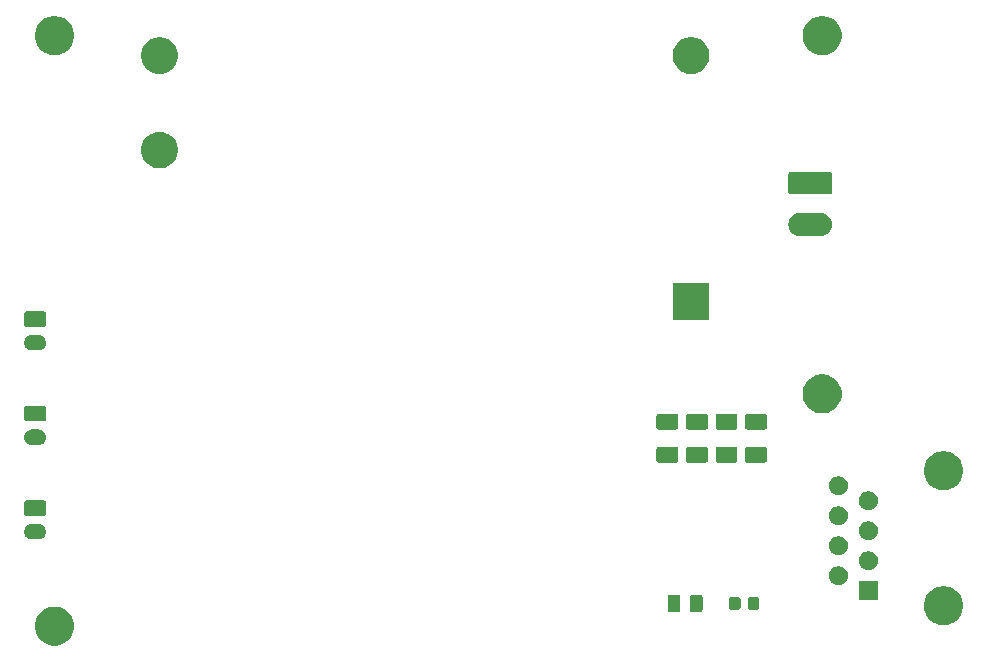
<source format=gbr>
G04 #@! TF.GenerationSoftware,KiCad,Pcbnew,(5.1.5)-3*
G04 #@! TF.CreationDate,2020-05-14T21:27:18-06:00*
G04 #@! TF.ProjectId,GarageDoorPowerBoard,47617261-6765-4446-9f6f-72506f776572,rev?*
G04 #@! TF.SameCoordinates,Original*
G04 #@! TF.FileFunction,Soldermask,Top*
G04 #@! TF.FilePolarity,Negative*
%FSLAX46Y46*%
G04 Gerber Fmt 4.6, Leading zero omitted, Abs format (unit mm)*
G04 Created by KiCad (PCBNEW (5.1.5)-3) date 2020-05-14 21:27:18*
%MOMM*%
%LPD*%
G04 APERTURE LIST*
%ADD10C,0.100000*%
G04 APERTURE END LIST*
D10*
G36*
X106975256Y-115311298D02*
G01*
X107081579Y-115332447D01*
X107277425Y-115413569D01*
X107376147Y-115454461D01*
X107382042Y-115456903D01*
X107652451Y-115637585D01*
X107882415Y-115867549D01*
X108063097Y-116137958D01*
X108187553Y-116438421D01*
X108251000Y-116757391D01*
X108251000Y-117082609D01*
X108187553Y-117401579D01*
X108063097Y-117702042D01*
X107882415Y-117972451D01*
X107652451Y-118202415D01*
X107382042Y-118383097D01*
X107081579Y-118507553D01*
X106975256Y-118528702D01*
X106762611Y-118571000D01*
X106437389Y-118571000D01*
X106224744Y-118528702D01*
X106118421Y-118507553D01*
X105817958Y-118383097D01*
X105547549Y-118202415D01*
X105317585Y-117972451D01*
X105136903Y-117702042D01*
X105012447Y-117401579D01*
X104949000Y-117082609D01*
X104949000Y-116757391D01*
X105012447Y-116438421D01*
X105136903Y-116137958D01*
X105317585Y-115867549D01*
X105547549Y-115637585D01*
X105817958Y-115456903D01*
X105823854Y-115454461D01*
X105922575Y-115413569D01*
X106118421Y-115332447D01*
X106224744Y-115311298D01*
X106437389Y-115269000D01*
X106762611Y-115269000D01*
X106975256Y-115311298D01*
G37*
G36*
X182245256Y-113581298D02*
G01*
X182351579Y-113602447D01*
X182652042Y-113726903D01*
X182922451Y-113907585D01*
X183152415Y-114137549D01*
X183333097Y-114407958D01*
X183441887Y-114670599D01*
X183457553Y-114708422D01*
X183521000Y-115027389D01*
X183521000Y-115352611D01*
X183484864Y-115534278D01*
X183457553Y-115671579D01*
X183333097Y-115972042D01*
X183152415Y-116242451D01*
X182922451Y-116472415D01*
X182652042Y-116653097D01*
X182351579Y-116777553D01*
X182245256Y-116798702D01*
X182032611Y-116841000D01*
X181707389Y-116841000D01*
X181494744Y-116798702D01*
X181388421Y-116777553D01*
X181087958Y-116653097D01*
X180817549Y-116472415D01*
X180587585Y-116242451D01*
X180406903Y-115972042D01*
X180282447Y-115671579D01*
X180255136Y-115534278D01*
X180219000Y-115352611D01*
X180219000Y-115027389D01*
X180282447Y-114708422D01*
X180298114Y-114670599D01*
X180406903Y-114407958D01*
X180587585Y-114137549D01*
X180817549Y-113907585D01*
X181087958Y-113726903D01*
X181388421Y-113602447D01*
X181494744Y-113581298D01*
X181707389Y-113539000D01*
X182032611Y-113539000D01*
X182245256Y-113581298D01*
G37*
G36*
X161309468Y-114253565D02*
G01*
X161348138Y-114265296D01*
X161383777Y-114284346D01*
X161415017Y-114309983D01*
X161440654Y-114341223D01*
X161459704Y-114376862D01*
X161471435Y-114415532D01*
X161476000Y-114461888D01*
X161476000Y-115538112D01*
X161471435Y-115584468D01*
X161459704Y-115623138D01*
X161440654Y-115658777D01*
X161415017Y-115690017D01*
X161383777Y-115715654D01*
X161348138Y-115734704D01*
X161309468Y-115746435D01*
X161263112Y-115751000D01*
X160611888Y-115751000D01*
X160565532Y-115746435D01*
X160526862Y-115734704D01*
X160491223Y-115715654D01*
X160459983Y-115690017D01*
X160434346Y-115658777D01*
X160415296Y-115623138D01*
X160403565Y-115584468D01*
X160399000Y-115538112D01*
X160399000Y-114461888D01*
X160403565Y-114415532D01*
X160415296Y-114376862D01*
X160434346Y-114341223D01*
X160459983Y-114309983D01*
X160491223Y-114284346D01*
X160526862Y-114265296D01*
X160565532Y-114253565D01*
X160611888Y-114249000D01*
X161263112Y-114249000D01*
X161309468Y-114253565D01*
G37*
G36*
X159434468Y-114253565D02*
G01*
X159473138Y-114265296D01*
X159508777Y-114284346D01*
X159540017Y-114309983D01*
X159565654Y-114341223D01*
X159584704Y-114376862D01*
X159596435Y-114415532D01*
X159601000Y-114461888D01*
X159601000Y-115538112D01*
X159596435Y-115584468D01*
X159584704Y-115623138D01*
X159565654Y-115658777D01*
X159540017Y-115690017D01*
X159508777Y-115715654D01*
X159473138Y-115734704D01*
X159434468Y-115746435D01*
X159388112Y-115751000D01*
X158736888Y-115751000D01*
X158690532Y-115746435D01*
X158651862Y-115734704D01*
X158616223Y-115715654D01*
X158584983Y-115690017D01*
X158559346Y-115658777D01*
X158540296Y-115623138D01*
X158528565Y-115584468D01*
X158524000Y-115538112D01*
X158524000Y-114461888D01*
X158528565Y-114415532D01*
X158540296Y-114376862D01*
X158559346Y-114341223D01*
X158584983Y-114309983D01*
X158616223Y-114284346D01*
X158651862Y-114265296D01*
X158690532Y-114253565D01*
X158736888Y-114249000D01*
X159388112Y-114249000D01*
X159434468Y-114253565D01*
G37*
G36*
X164554591Y-114478085D02*
G01*
X164588569Y-114488393D01*
X164619890Y-114505134D01*
X164647339Y-114527661D01*
X164669866Y-114555110D01*
X164686607Y-114586431D01*
X164696915Y-114620409D01*
X164701000Y-114661890D01*
X164701000Y-115338110D01*
X164696915Y-115379591D01*
X164686607Y-115413569D01*
X164669866Y-115444890D01*
X164647339Y-115472339D01*
X164619890Y-115494866D01*
X164588569Y-115511607D01*
X164554591Y-115521915D01*
X164513110Y-115526000D01*
X163911890Y-115526000D01*
X163870409Y-115521915D01*
X163836431Y-115511607D01*
X163805110Y-115494866D01*
X163777661Y-115472339D01*
X163755134Y-115444890D01*
X163738393Y-115413569D01*
X163728085Y-115379591D01*
X163724000Y-115338110D01*
X163724000Y-114661890D01*
X163728085Y-114620409D01*
X163738393Y-114586431D01*
X163755134Y-114555110D01*
X163777661Y-114527661D01*
X163805110Y-114505134D01*
X163836431Y-114488393D01*
X163870409Y-114478085D01*
X163911890Y-114474000D01*
X164513110Y-114474000D01*
X164554591Y-114478085D01*
G37*
G36*
X166129591Y-114478085D02*
G01*
X166163569Y-114488393D01*
X166194890Y-114505134D01*
X166222339Y-114527661D01*
X166244866Y-114555110D01*
X166261607Y-114586431D01*
X166271915Y-114620409D01*
X166276000Y-114661890D01*
X166276000Y-115338110D01*
X166271915Y-115379591D01*
X166261607Y-115413569D01*
X166244866Y-115444890D01*
X166222339Y-115472339D01*
X166194890Y-115494866D01*
X166163569Y-115511607D01*
X166129591Y-115521915D01*
X166088110Y-115526000D01*
X165486890Y-115526000D01*
X165445409Y-115521915D01*
X165411431Y-115511607D01*
X165380110Y-115494866D01*
X165352661Y-115472339D01*
X165330134Y-115444890D01*
X165313393Y-115413569D01*
X165303085Y-115379591D01*
X165299000Y-115338110D01*
X165299000Y-114661890D01*
X165303085Y-114620409D01*
X165313393Y-114586431D01*
X165330134Y-114555110D01*
X165352661Y-114527661D01*
X165380110Y-114505134D01*
X165411431Y-114488393D01*
X165445409Y-114478085D01*
X165486890Y-114474000D01*
X166088110Y-114474000D01*
X166129591Y-114478085D01*
G37*
G36*
X176321000Y-114721000D02*
G01*
X174719000Y-114721000D01*
X174719000Y-113119000D01*
X176321000Y-113119000D01*
X176321000Y-114721000D01*
G37*
G36*
X173213642Y-111879781D02*
G01*
X173359414Y-111940162D01*
X173359416Y-111940163D01*
X173490608Y-112027822D01*
X173602178Y-112139392D01*
X173609412Y-112150219D01*
X173689838Y-112270586D01*
X173750219Y-112416358D01*
X173781000Y-112571107D01*
X173781000Y-112728893D01*
X173750219Y-112883642D01*
X173689838Y-113029414D01*
X173689837Y-113029416D01*
X173602178Y-113160608D01*
X173490608Y-113272178D01*
X173359416Y-113359837D01*
X173359415Y-113359838D01*
X173359414Y-113359838D01*
X173213642Y-113420219D01*
X173058893Y-113451000D01*
X172901107Y-113451000D01*
X172746358Y-113420219D01*
X172600586Y-113359838D01*
X172600585Y-113359838D01*
X172600584Y-113359837D01*
X172469392Y-113272178D01*
X172357822Y-113160608D01*
X172270163Y-113029416D01*
X172270162Y-113029414D01*
X172209781Y-112883642D01*
X172179000Y-112728893D01*
X172179000Y-112571107D01*
X172209781Y-112416358D01*
X172270162Y-112270586D01*
X172350588Y-112150219D01*
X172357822Y-112139392D01*
X172469392Y-112027822D01*
X172600584Y-111940163D01*
X172600586Y-111940162D01*
X172746358Y-111879781D01*
X172901107Y-111849000D01*
X173058893Y-111849000D01*
X173213642Y-111879781D01*
G37*
G36*
X175753642Y-110609781D02*
G01*
X175899414Y-110670162D01*
X175899416Y-110670163D01*
X176030608Y-110757822D01*
X176142178Y-110869392D01*
X176149412Y-110880219D01*
X176229838Y-111000586D01*
X176290219Y-111146358D01*
X176321000Y-111301107D01*
X176321000Y-111458893D01*
X176290219Y-111613642D01*
X176229838Y-111759414D01*
X176229837Y-111759416D01*
X176142178Y-111890608D01*
X176030608Y-112002178D01*
X175899416Y-112089837D01*
X175899415Y-112089838D01*
X175899414Y-112089838D01*
X175753642Y-112150219D01*
X175598893Y-112181000D01*
X175441107Y-112181000D01*
X175286358Y-112150219D01*
X175140586Y-112089838D01*
X175140585Y-112089838D01*
X175140584Y-112089837D01*
X175009392Y-112002178D01*
X174897822Y-111890608D01*
X174810163Y-111759416D01*
X174810162Y-111759414D01*
X174749781Y-111613642D01*
X174719000Y-111458893D01*
X174719000Y-111301107D01*
X174749781Y-111146358D01*
X174810162Y-111000586D01*
X174890588Y-110880219D01*
X174897822Y-110869392D01*
X175009392Y-110757822D01*
X175140584Y-110670163D01*
X175140586Y-110670162D01*
X175286358Y-110609781D01*
X175441107Y-110579000D01*
X175598893Y-110579000D01*
X175753642Y-110609781D01*
G37*
G36*
X173213642Y-109339781D02*
G01*
X173359414Y-109400162D01*
X173359416Y-109400163D01*
X173490608Y-109487822D01*
X173602178Y-109599392D01*
X173609412Y-109610219D01*
X173689838Y-109730586D01*
X173750219Y-109876358D01*
X173781000Y-110031107D01*
X173781000Y-110188893D01*
X173750219Y-110343642D01*
X173689838Y-110489414D01*
X173689837Y-110489416D01*
X173602178Y-110620608D01*
X173490608Y-110732178D01*
X173359416Y-110819837D01*
X173359415Y-110819838D01*
X173359414Y-110819838D01*
X173213642Y-110880219D01*
X173058893Y-110911000D01*
X172901107Y-110911000D01*
X172746358Y-110880219D01*
X172600586Y-110819838D01*
X172600585Y-110819838D01*
X172600584Y-110819837D01*
X172469392Y-110732178D01*
X172357822Y-110620608D01*
X172270163Y-110489416D01*
X172270162Y-110489414D01*
X172209781Y-110343642D01*
X172179000Y-110188893D01*
X172179000Y-110031107D01*
X172209781Y-109876358D01*
X172270162Y-109730586D01*
X172350588Y-109610219D01*
X172357822Y-109599392D01*
X172469392Y-109487822D01*
X172600584Y-109400163D01*
X172600586Y-109400162D01*
X172746358Y-109339781D01*
X172901107Y-109309000D01*
X173058893Y-109309000D01*
X173213642Y-109339781D01*
G37*
G36*
X175753642Y-108069781D02*
G01*
X175899414Y-108130162D01*
X175899416Y-108130163D01*
X176030608Y-108217822D01*
X176142178Y-108329392D01*
X176227740Y-108457446D01*
X176229838Y-108460586D01*
X176290219Y-108606358D01*
X176321000Y-108761107D01*
X176321000Y-108918893D01*
X176290219Y-109073642D01*
X176250167Y-109170336D01*
X176229837Y-109219416D01*
X176142178Y-109350608D01*
X176030608Y-109462178D01*
X175899416Y-109549837D01*
X175899415Y-109549838D01*
X175899414Y-109549838D01*
X175753642Y-109610219D01*
X175598893Y-109641000D01*
X175441107Y-109641000D01*
X175286358Y-109610219D01*
X175140586Y-109549838D01*
X175140585Y-109549838D01*
X175140584Y-109549837D01*
X175009392Y-109462178D01*
X174897822Y-109350608D01*
X174810163Y-109219416D01*
X174789833Y-109170336D01*
X174749781Y-109073642D01*
X174719000Y-108918893D01*
X174719000Y-108761107D01*
X174749781Y-108606358D01*
X174810162Y-108460586D01*
X174812260Y-108457446D01*
X174897822Y-108329392D01*
X175009392Y-108217822D01*
X175140584Y-108130163D01*
X175140586Y-108130162D01*
X175286358Y-108069781D01*
X175441107Y-108039000D01*
X175598893Y-108039000D01*
X175753642Y-108069781D01*
G37*
G36*
X105301655Y-108272140D02*
G01*
X105365418Y-108278420D01*
X105456204Y-108305960D01*
X105488136Y-108315646D01*
X105601225Y-108376094D01*
X105700354Y-108457446D01*
X105781706Y-108556575D01*
X105842154Y-108669664D01*
X105842155Y-108669668D01*
X105879380Y-108792382D01*
X105891949Y-108920000D01*
X105879380Y-109047618D01*
X105871485Y-109073643D01*
X105842154Y-109170336D01*
X105781706Y-109283425D01*
X105700354Y-109382554D01*
X105601225Y-109463906D01*
X105488136Y-109524354D01*
X105456204Y-109534040D01*
X105365418Y-109561580D01*
X105301655Y-109567860D01*
X105269774Y-109571000D01*
X104655826Y-109571000D01*
X104623945Y-109567860D01*
X104560182Y-109561580D01*
X104469396Y-109534040D01*
X104437464Y-109524354D01*
X104324375Y-109463906D01*
X104225246Y-109382554D01*
X104143894Y-109283425D01*
X104083446Y-109170336D01*
X104054115Y-109073643D01*
X104046220Y-109047618D01*
X104033651Y-108920000D01*
X104046220Y-108792382D01*
X104083445Y-108669668D01*
X104083446Y-108669664D01*
X104143894Y-108556575D01*
X104225246Y-108457446D01*
X104324375Y-108376094D01*
X104437464Y-108315646D01*
X104469396Y-108305960D01*
X104560182Y-108278420D01*
X104623945Y-108272140D01*
X104655826Y-108269000D01*
X105269774Y-108269000D01*
X105301655Y-108272140D01*
G37*
G36*
X173213642Y-106799781D02*
G01*
X173359414Y-106860162D01*
X173359416Y-106860163D01*
X173490608Y-106947822D01*
X173602178Y-107059392D01*
X173609412Y-107070219D01*
X173689838Y-107190586D01*
X173750219Y-107336358D01*
X173781000Y-107491107D01*
X173781000Y-107648893D01*
X173750219Y-107803642D01*
X173689838Y-107949414D01*
X173689837Y-107949416D01*
X173602178Y-108080608D01*
X173490608Y-108192178D01*
X173359416Y-108279837D01*
X173359415Y-108279838D01*
X173359414Y-108279838D01*
X173213642Y-108340219D01*
X173058893Y-108371000D01*
X172901107Y-108371000D01*
X172746358Y-108340219D01*
X172600586Y-108279838D01*
X172600585Y-108279838D01*
X172600584Y-108279837D01*
X172469392Y-108192178D01*
X172357822Y-108080608D01*
X172270163Y-107949416D01*
X172270162Y-107949414D01*
X172209781Y-107803642D01*
X172179000Y-107648893D01*
X172179000Y-107491107D01*
X172209781Y-107336358D01*
X172270162Y-107190586D01*
X172350588Y-107070219D01*
X172357822Y-107059392D01*
X172469392Y-106947822D01*
X172600584Y-106860163D01*
X172600586Y-106860162D01*
X172746358Y-106799781D01*
X172901107Y-106769000D01*
X173058893Y-106769000D01*
X173213642Y-106799781D01*
G37*
G36*
X105729042Y-106273404D02*
G01*
X105766137Y-106284657D01*
X105800315Y-106302925D01*
X105830281Y-106327519D01*
X105854875Y-106357485D01*
X105873143Y-106391663D01*
X105884396Y-106428758D01*
X105888800Y-106473474D01*
X105888800Y-107366526D01*
X105884396Y-107411242D01*
X105873143Y-107448337D01*
X105854875Y-107482515D01*
X105830281Y-107512481D01*
X105800315Y-107537075D01*
X105766137Y-107555343D01*
X105729042Y-107566596D01*
X105684326Y-107571000D01*
X104241274Y-107571000D01*
X104196558Y-107566596D01*
X104159463Y-107555343D01*
X104125285Y-107537075D01*
X104095319Y-107512481D01*
X104070725Y-107482515D01*
X104052457Y-107448337D01*
X104041204Y-107411242D01*
X104036800Y-107366526D01*
X104036800Y-106473474D01*
X104041204Y-106428758D01*
X104052457Y-106391663D01*
X104070725Y-106357485D01*
X104095319Y-106327519D01*
X104125285Y-106302925D01*
X104159463Y-106284657D01*
X104196558Y-106273404D01*
X104241274Y-106269000D01*
X105684326Y-106269000D01*
X105729042Y-106273404D01*
G37*
G36*
X175753642Y-105529781D02*
G01*
X175899414Y-105590162D01*
X175899416Y-105590163D01*
X176030608Y-105677822D01*
X176142178Y-105789392D01*
X176149412Y-105800219D01*
X176229838Y-105920586D01*
X176290219Y-106066358D01*
X176321000Y-106221107D01*
X176321000Y-106378893D01*
X176290219Y-106533642D01*
X176287482Y-106540249D01*
X176229837Y-106679416D01*
X176142178Y-106810608D01*
X176030608Y-106922178D01*
X175899416Y-107009837D01*
X175899415Y-107009838D01*
X175899414Y-107009838D01*
X175753642Y-107070219D01*
X175598893Y-107101000D01*
X175441107Y-107101000D01*
X175286358Y-107070219D01*
X175140586Y-107009838D01*
X175140585Y-107009838D01*
X175140584Y-107009837D01*
X175009392Y-106922178D01*
X174897822Y-106810608D01*
X174810163Y-106679416D01*
X174752518Y-106540249D01*
X174749781Y-106533642D01*
X174719000Y-106378893D01*
X174719000Y-106221107D01*
X174749781Y-106066358D01*
X174810162Y-105920586D01*
X174890588Y-105800219D01*
X174897822Y-105789392D01*
X175009392Y-105677822D01*
X175140584Y-105590163D01*
X175140586Y-105590162D01*
X175286358Y-105529781D01*
X175441107Y-105499000D01*
X175598893Y-105499000D01*
X175753642Y-105529781D01*
G37*
G36*
X173213642Y-104259781D02*
G01*
X173359414Y-104320162D01*
X173359416Y-104320163D01*
X173490608Y-104407822D01*
X173602178Y-104519392D01*
X173617312Y-104542042D01*
X173689838Y-104650586D01*
X173750219Y-104796358D01*
X173781000Y-104951107D01*
X173781000Y-105108893D01*
X173750219Y-105263642D01*
X173689838Y-105409414D01*
X173689837Y-105409416D01*
X173602178Y-105540608D01*
X173490608Y-105652178D01*
X173359416Y-105739837D01*
X173359415Y-105739838D01*
X173359414Y-105739838D01*
X173213642Y-105800219D01*
X173058893Y-105831000D01*
X172901107Y-105831000D01*
X172746358Y-105800219D01*
X172600586Y-105739838D01*
X172600585Y-105739838D01*
X172600584Y-105739837D01*
X172469392Y-105652178D01*
X172357822Y-105540608D01*
X172270163Y-105409416D01*
X172270162Y-105409414D01*
X172209781Y-105263642D01*
X172179000Y-105108893D01*
X172179000Y-104951107D01*
X172209781Y-104796358D01*
X172270162Y-104650586D01*
X172342688Y-104542042D01*
X172357822Y-104519392D01*
X172469392Y-104407822D01*
X172600584Y-104320163D01*
X172600586Y-104320162D01*
X172746358Y-104259781D01*
X172901107Y-104229000D01*
X173058893Y-104229000D01*
X173213642Y-104259781D01*
G37*
G36*
X182245256Y-102151298D02*
G01*
X182351579Y-102172447D01*
X182652042Y-102296903D01*
X182922451Y-102477585D01*
X183152415Y-102707549D01*
X183333097Y-102977958D01*
X183333098Y-102977960D01*
X183349824Y-103018341D01*
X183457553Y-103278421D01*
X183521000Y-103597391D01*
X183521000Y-103922609D01*
X183457553Y-104241579D01*
X183333097Y-104542042D01*
X183152415Y-104812451D01*
X182922451Y-105042415D01*
X182652042Y-105223097D01*
X182351579Y-105347553D01*
X182245256Y-105368702D01*
X182032611Y-105411000D01*
X181707389Y-105411000D01*
X181494744Y-105368702D01*
X181388421Y-105347553D01*
X181087958Y-105223097D01*
X180817549Y-105042415D01*
X180587585Y-104812451D01*
X180406903Y-104542042D01*
X180282447Y-104241579D01*
X180219000Y-103922609D01*
X180219000Y-103597391D01*
X180282447Y-103278421D01*
X180390176Y-103018341D01*
X180406902Y-102977960D01*
X180406903Y-102977958D01*
X180587585Y-102707549D01*
X180817549Y-102477585D01*
X181087958Y-102296903D01*
X181388421Y-102172447D01*
X181494744Y-102151298D01*
X181707389Y-102109000D01*
X182032611Y-102109000D01*
X182245256Y-102151298D01*
G37*
G36*
X159268604Y-101728347D02*
G01*
X159305144Y-101739432D01*
X159338821Y-101757433D01*
X159368341Y-101781659D01*
X159392567Y-101811179D01*
X159410568Y-101844856D01*
X159421653Y-101881396D01*
X159426000Y-101925538D01*
X159426000Y-102874462D01*
X159421653Y-102918604D01*
X159410568Y-102955144D01*
X159392567Y-102988821D01*
X159368341Y-103018341D01*
X159338821Y-103042567D01*
X159305144Y-103060568D01*
X159268604Y-103071653D01*
X159224462Y-103076000D01*
X157775538Y-103076000D01*
X157731396Y-103071653D01*
X157694856Y-103060568D01*
X157661179Y-103042567D01*
X157631659Y-103018341D01*
X157607433Y-102988821D01*
X157589432Y-102955144D01*
X157578347Y-102918604D01*
X157574000Y-102874462D01*
X157574000Y-101925538D01*
X157578347Y-101881396D01*
X157589432Y-101844856D01*
X157607433Y-101811179D01*
X157631659Y-101781659D01*
X157661179Y-101757433D01*
X157694856Y-101739432D01*
X157731396Y-101728347D01*
X157775538Y-101724000D01*
X159224462Y-101724000D01*
X159268604Y-101728347D01*
G37*
G36*
X161768604Y-101728347D02*
G01*
X161805144Y-101739432D01*
X161838821Y-101757433D01*
X161868341Y-101781659D01*
X161892567Y-101811179D01*
X161910568Y-101844856D01*
X161921653Y-101881396D01*
X161926000Y-101925538D01*
X161926000Y-102874462D01*
X161921653Y-102918604D01*
X161910568Y-102955144D01*
X161892567Y-102988821D01*
X161868341Y-103018341D01*
X161838821Y-103042567D01*
X161805144Y-103060568D01*
X161768604Y-103071653D01*
X161724462Y-103076000D01*
X160275538Y-103076000D01*
X160231396Y-103071653D01*
X160194856Y-103060568D01*
X160161179Y-103042567D01*
X160131659Y-103018341D01*
X160107433Y-102988821D01*
X160089432Y-102955144D01*
X160078347Y-102918604D01*
X160074000Y-102874462D01*
X160074000Y-101925538D01*
X160078347Y-101881396D01*
X160089432Y-101844856D01*
X160107433Y-101811179D01*
X160131659Y-101781659D01*
X160161179Y-101757433D01*
X160194856Y-101739432D01*
X160231396Y-101728347D01*
X160275538Y-101724000D01*
X161724462Y-101724000D01*
X161768604Y-101728347D01*
G37*
G36*
X166768604Y-101728347D02*
G01*
X166805144Y-101739432D01*
X166838821Y-101757433D01*
X166868341Y-101781659D01*
X166892567Y-101811179D01*
X166910568Y-101844856D01*
X166921653Y-101881396D01*
X166926000Y-101925538D01*
X166926000Y-102874462D01*
X166921653Y-102918604D01*
X166910568Y-102955144D01*
X166892567Y-102988821D01*
X166868341Y-103018341D01*
X166838821Y-103042567D01*
X166805144Y-103060568D01*
X166768604Y-103071653D01*
X166724462Y-103076000D01*
X165275538Y-103076000D01*
X165231396Y-103071653D01*
X165194856Y-103060568D01*
X165161179Y-103042567D01*
X165131659Y-103018341D01*
X165107433Y-102988821D01*
X165089432Y-102955144D01*
X165078347Y-102918604D01*
X165074000Y-102874462D01*
X165074000Y-101925538D01*
X165078347Y-101881396D01*
X165089432Y-101844856D01*
X165107433Y-101811179D01*
X165131659Y-101781659D01*
X165161179Y-101757433D01*
X165194856Y-101739432D01*
X165231396Y-101728347D01*
X165275538Y-101724000D01*
X166724462Y-101724000D01*
X166768604Y-101728347D01*
G37*
G36*
X164268604Y-101728347D02*
G01*
X164305144Y-101739432D01*
X164338821Y-101757433D01*
X164368341Y-101781659D01*
X164392567Y-101811179D01*
X164410568Y-101844856D01*
X164421653Y-101881396D01*
X164426000Y-101925538D01*
X164426000Y-102874462D01*
X164421653Y-102918604D01*
X164410568Y-102955144D01*
X164392567Y-102988821D01*
X164368341Y-103018341D01*
X164338821Y-103042567D01*
X164305144Y-103060568D01*
X164268604Y-103071653D01*
X164224462Y-103076000D01*
X162775538Y-103076000D01*
X162731396Y-103071653D01*
X162694856Y-103060568D01*
X162661179Y-103042567D01*
X162631659Y-103018341D01*
X162607433Y-102988821D01*
X162589432Y-102955144D01*
X162578347Y-102918604D01*
X162574000Y-102874462D01*
X162574000Y-101925538D01*
X162578347Y-101881396D01*
X162589432Y-101844856D01*
X162607433Y-101811179D01*
X162631659Y-101781659D01*
X162661179Y-101757433D01*
X162694856Y-101739432D01*
X162731396Y-101728347D01*
X162775538Y-101724000D01*
X164224462Y-101724000D01*
X164268604Y-101728347D01*
G37*
G36*
X105288090Y-100270804D02*
G01*
X105365418Y-100278420D01*
X105456204Y-100305960D01*
X105488136Y-100315646D01*
X105601225Y-100376094D01*
X105700354Y-100457446D01*
X105781706Y-100556575D01*
X105842154Y-100669664D01*
X105842155Y-100669668D01*
X105879380Y-100792382D01*
X105891949Y-100920000D01*
X105879380Y-101047618D01*
X105851840Y-101138404D01*
X105842154Y-101170336D01*
X105781706Y-101283425D01*
X105700354Y-101382554D01*
X105601225Y-101463906D01*
X105488136Y-101524354D01*
X105456204Y-101534040D01*
X105365418Y-101561580D01*
X105301655Y-101567860D01*
X105269774Y-101571000D01*
X104655826Y-101571000D01*
X104623945Y-101567860D01*
X104560182Y-101561580D01*
X104469396Y-101534040D01*
X104437464Y-101524354D01*
X104324375Y-101463906D01*
X104225246Y-101382554D01*
X104143894Y-101283425D01*
X104083446Y-101170336D01*
X104073760Y-101138404D01*
X104046220Y-101047618D01*
X104033651Y-100920000D01*
X104046220Y-100792382D01*
X104083445Y-100669668D01*
X104083446Y-100669664D01*
X104143894Y-100556575D01*
X104225246Y-100457446D01*
X104324375Y-100376094D01*
X104437464Y-100315646D01*
X104469396Y-100305960D01*
X104560182Y-100278420D01*
X104637510Y-100270804D01*
X104655826Y-100269000D01*
X105269774Y-100269000D01*
X105288090Y-100270804D01*
G37*
G36*
X159268604Y-98928347D02*
G01*
X159305144Y-98939432D01*
X159338821Y-98957433D01*
X159368341Y-98981659D01*
X159392567Y-99011179D01*
X159410568Y-99044856D01*
X159421653Y-99081396D01*
X159426000Y-99125538D01*
X159426000Y-100074462D01*
X159421653Y-100118604D01*
X159410568Y-100155144D01*
X159392567Y-100188821D01*
X159368341Y-100218341D01*
X159338821Y-100242567D01*
X159305144Y-100260568D01*
X159268604Y-100271653D01*
X159224462Y-100276000D01*
X157775538Y-100276000D01*
X157731396Y-100271653D01*
X157694856Y-100260568D01*
X157661179Y-100242567D01*
X157631659Y-100218341D01*
X157607433Y-100188821D01*
X157589432Y-100155144D01*
X157578347Y-100118604D01*
X157574000Y-100074462D01*
X157574000Y-99125538D01*
X157578347Y-99081396D01*
X157589432Y-99044856D01*
X157607433Y-99011179D01*
X157631659Y-98981659D01*
X157661179Y-98957433D01*
X157694856Y-98939432D01*
X157731396Y-98928347D01*
X157775538Y-98924000D01*
X159224462Y-98924000D01*
X159268604Y-98928347D01*
G37*
G36*
X161768604Y-98928347D02*
G01*
X161805144Y-98939432D01*
X161838821Y-98957433D01*
X161868341Y-98981659D01*
X161892567Y-99011179D01*
X161910568Y-99044856D01*
X161921653Y-99081396D01*
X161926000Y-99125538D01*
X161926000Y-100074462D01*
X161921653Y-100118604D01*
X161910568Y-100155144D01*
X161892567Y-100188821D01*
X161868341Y-100218341D01*
X161838821Y-100242567D01*
X161805144Y-100260568D01*
X161768604Y-100271653D01*
X161724462Y-100276000D01*
X160275538Y-100276000D01*
X160231396Y-100271653D01*
X160194856Y-100260568D01*
X160161179Y-100242567D01*
X160131659Y-100218341D01*
X160107433Y-100188821D01*
X160089432Y-100155144D01*
X160078347Y-100118604D01*
X160074000Y-100074462D01*
X160074000Y-99125538D01*
X160078347Y-99081396D01*
X160089432Y-99044856D01*
X160107433Y-99011179D01*
X160131659Y-98981659D01*
X160161179Y-98957433D01*
X160194856Y-98939432D01*
X160231396Y-98928347D01*
X160275538Y-98924000D01*
X161724462Y-98924000D01*
X161768604Y-98928347D01*
G37*
G36*
X164268604Y-98928347D02*
G01*
X164305144Y-98939432D01*
X164338821Y-98957433D01*
X164368341Y-98981659D01*
X164392567Y-99011179D01*
X164410568Y-99044856D01*
X164421653Y-99081396D01*
X164426000Y-99125538D01*
X164426000Y-100074462D01*
X164421653Y-100118604D01*
X164410568Y-100155144D01*
X164392567Y-100188821D01*
X164368341Y-100218341D01*
X164338821Y-100242567D01*
X164305144Y-100260568D01*
X164268604Y-100271653D01*
X164224462Y-100276000D01*
X162775538Y-100276000D01*
X162731396Y-100271653D01*
X162694856Y-100260568D01*
X162661179Y-100242567D01*
X162631659Y-100218341D01*
X162607433Y-100188821D01*
X162589432Y-100155144D01*
X162578347Y-100118604D01*
X162574000Y-100074462D01*
X162574000Y-99125538D01*
X162578347Y-99081396D01*
X162589432Y-99044856D01*
X162607433Y-99011179D01*
X162631659Y-98981659D01*
X162661179Y-98957433D01*
X162694856Y-98939432D01*
X162731396Y-98928347D01*
X162775538Y-98924000D01*
X164224462Y-98924000D01*
X164268604Y-98928347D01*
G37*
G36*
X166768604Y-98928347D02*
G01*
X166805144Y-98939432D01*
X166838821Y-98957433D01*
X166868341Y-98981659D01*
X166892567Y-99011179D01*
X166910568Y-99044856D01*
X166921653Y-99081396D01*
X166926000Y-99125538D01*
X166926000Y-100074462D01*
X166921653Y-100118604D01*
X166910568Y-100155144D01*
X166892567Y-100188821D01*
X166868341Y-100218341D01*
X166838821Y-100242567D01*
X166805144Y-100260568D01*
X166768604Y-100271653D01*
X166724462Y-100276000D01*
X165275538Y-100276000D01*
X165231396Y-100271653D01*
X165194856Y-100260568D01*
X165161179Y-100242567D01*
X165131659Y-100218341D01*
X165107433Y-100188821D01*
X165089432Y-100155144D01*
X165078347Y-100118604D01*
X165074000Y-100074462D01*
X165074000Y-99125538D01*
X165078347Y-99081396D01*
X165089432Y-99044856D01*
X165107433Y-99011179D01*
X165131659Y-98981659D01*
X165161179Y-98957433D01*
X165194856Y-98939432D01*
X165231396Y-98928347D01*
X165275538Y-98924000D01*
X166724462Y-98924000D01*
X166768604Y-98928347D01*
G37*
G36*
X105729042Y-98273404D02*
G01*
X105766137Y-98284657D01*
X105800315Y-98302925D01*
X105830281Y-98327519D01*
X105854875Y-98357485D01*
X105873143Y-98391663D01*
X105884396Y-98428758D01*
X105888800Y-98473474D01*
X105888800Y-99366526D01*
X105884396Y-99411242D01*
X105873143Y-99448337D01*
X105854875Y-99482515D01*
X105830281Y-99512481D01*
X105800315Y-99537075D01*
X105766137Y-99555343D01*
X105729042Y-99566596D01*
X105684326Y-99571000D01*
X104241274Y-99571000D01*
X104196558Y-99566596D01*
X104159463Y-99555343D01*
X104125285Y-99537075D01*
X104095319Y-99512481D01*
X104070725Y-99482515D01*
X104052457Y-99448337D01*
X104041204Y-99411242D01*
X104036800Y-99366526D01*
X104036800Y-98473474D01*
X104041204Y-98428758D01*
X104052457Y-98391663D01*
X104070725Y-98357485D01*
X104095319Y-98327519D01*
X104125285Y-98302925D01*
X104159463Y-98284657D01*
X104196558Y-98273404D01*
X104241274Y-98269000D01*
X105684326Y-98269000D01*
X105729042Y-98273404D01*
G37*
G36*
X171975256Y-95647898D02*
G01*
X172081579Y-95669047D01*
X172382042Y-95793503D01*
X172652451Y-95974185D01*
X172882415Y-96204149D01*
X173063097Y-96474558D01*
X173187553Y-96775021D01*
X173251000Y-97093991D01*
X173251000Y-97419209D01*
X173187553Y-97738179D01*
X173063097Y-98038642D01*
X172882415Y-98309051D01*
X172652451Y-98539015D01*
X172382042Y-98719697D01*
X172081579Y-98844153D01*
X171975256Y-98865302D01*
X171762611Y-98907600D01*
X171437389Y-98907600D01*
X171224744Y-98865302D01*
X171118421Y-98844153D01*
X170817958Y-98719697D01*
X170547549Y-98539015D01*
X170317585Y-98309051D01*
X170136903Y-98038642D01*
X170012447Y-97738179D01*
X169949000Y-97419209D01*
X169949000Y-97093991D01*
X170012447Y-96775021D01*
X170136903Y-96474558D01*
X170317585Y-96204149D01*
X170547549Y-95974185D01*
X170817958Y-95793503D01*
X171118421Y-95669047D01*
X171224744Y-95647898D01*
X171437389Y-95605600D01*
X171762611Y-95605600D01*
X171975256Y-95647898D01*
G37*
G36*
X105301655Y-92272140D02*
G01*
X105365418Y-92278420D01*
X105456204Y-92305960D01*
X105488136Y-92315646D01*
X105601225Y-92376094D01*
X105700354Y-92457446D01*
X105781706Y-92556575D01*
X105842154Y-92669664D01*
X105842155Y-92669668D01*
X105879380Y-92792382D01*
X105891949Y-92920000D01*
X105879380Y-93047618D01*
X105851840Y-93138404D01*
X105842154Y-93170336D01*
X105781706Y-93283425D01*
X105700354Y-93382554D01*
X105601225Y-93463906D01*
X105488136Y-93524354D01*
X105456204Y-93534040D01*
X105365418Y-93561580D01*
X105301655Y-93567860D01*
X105269774Y-93571000D01*
X104655826Y-93571000D01*
X104623945Y-93567860D01*
X104560182Y-93561580D01*
X104469396Y-93534040D01*
X104437464Y-93524354D01*
X104324375Y-93463906D01*
X104225246Y-93382554D01*
X104143894Y-93283425D01*
X104083446Y-93170336D01*
X104073760Y-93138404D01*
X104046220Y-93047618D01*
X104033651Y-92920000D01*
X104046220Y-92792382D01*
X104083445Y-92669668D01*
X104083446Y-92669664D01*
X104143894Y-92556575D01*
X104225246Y-92457446D01*
X104324375Y-92376094D01*
X104437464Y-92315646D01*
X104469396Y-92305960D01*
X104560182Y-92278420D01*
X104623945Y-92272140D01*
X104655826Y-92269000D01*
X105269774Y-92269000D01*
X105301655Y-92272140D01*
G37*
G36*
X105729042Y-90273404D02*
G01*
X105766137Y-90284657D01*
X105800315Y-90302925D01*
X105830281Y-90327519D01*
X105854875Y-90357485D01*
X105873143Y-90391663D01*
X105884396Y-90428758D01*
X105888800Y-90473474D01*
X105888800Y-91366526D01*
X105884396Y-91411242D01*
X105873143Y-91448337D01*
X105854875Y-91482515D01*
X105830281Y-91512481D01*
X105800315Y-91537075D01*
X105766137Y-91555343D01*
X105729042Y-91566596D01*
X105684326Y-91571000D01*
X104241274Y-91571000D01*
X104196558Y-91566596D01*
X104159463Y-91555343D01*
X104125285Y-91537075D01*
X104095319Y-91512481D01*
X104070725Y-91482515D01*
X104052457Y-91448337D01*
X104041204Y-91411242D01*
X104036800Y-91366526D01*
X104036800Y-90473474D01*
X104041204Y-90428758D01*
X104052457Y-90391663D01*
X104070725Y-90357485D01*
X104095319Y-90327519D01*
X104125285Y-90302925D01*
X104159463Y-90284657D01*
X104196558Y-90273404D01*
X104241274Y-90269000D01*
X105684326Y-90269000D01*
X105729042Y-90273404D01*
G37*
G36*
X162051000Y-90971000D02*
G01*
X158949000Y-90971000D01*
X158949000Y-87869000D01*
X162051000Y-87869000D01*
X162051000Y-90971000D01*
G37*
G36*
X171686425Y-81982760D02*
G01*
X171686428Y-81982761D01*
X171686429Y-81982761D01*
X171865693Y-82037140D01*
X171865696Y-82037142D01*
X171865697Y-82037142D01*
X172030903Y-82125446D01*
X172175712Y-82244288D01*
X172294554Y-82389097D01*
X172382858Y-82554303D01*
X172382860Y-82554307D01*
X172437239Y-82733571D01*
X172437240Y-82733575D01*
X172455601Y-82920000D01*
X172437240Y-83106425D01*
X172437239Y-83106428D01*
X172437239Y-83106429D01*
X172382860Y-83285693D01*
X172382858Y-83285696D01*
X172382858Y-83285697D01*
X172294554Y-83450903D01*
X172175712Y-83595712D01*
X172030903Y-83714554D01*
X171865697Y-83802858D01*
X171865693Y-83802860D01*
X171686429Y-83857239D01*
X171686428Y-83857239D01*
X171686425Y-83857240D01*
X171546718Y-83871000D01*
X169653282Y-83871000D01*
X169513575Y-83857240D01*
X169513572Y-83857239D01*
X169513571Y-83857239D01*
X169334307Y-83802860D01*
X169334303Y-83802858D01*
X169169097Y-83714554D01*
X169024288Y-83595712D01*
X168905446Y-83450903D01*
X168817142Y-83285697D01*
X168817142Y-83285696D01*
X168817140Y-83285693D01*
X168762761Y-83106429D01*
X168762761Y-83106428D01*
X168762760Y-83106425D01*
X168744399Y-82920000D01*
X168762760Y-82733575D01*
X168762761Y-82733571D01*
X168817140Y-82554307D01*
X168817142Y-82554303D01*
X168905446Y-82389097D01*
X169024288Y-82244288D01*
X169169097Y-82125446D01*
X169334303Y-82037142D01*
X169334304Y-82037142D01*
X169334307Y-82037140D01*
X169513571Y-81982761D01*
X169513572Y-81982761D01*
X169513575Y-81982760D01*
X169653282Y-81969000D01*
X171546718Y-81969000D01*
X171686425Y-81982760D01*
G37*
G36*
X172310915Y-78472934D02*
G01*
X172343424Y-78482795D01*
X172373382Y-78498809D01*
X172399641Y-78520359D01*
X172421191Y-78546618D01*
X172437205Y-78576576D01*
X172447066Y-78609085D01*
X172451000Y-78649029D01*
X172451000Y-80190971D01*
X172447066Y-80230915D01*
X172437205Y-80263424D01*
X172421191Y-80293382D01*
X172399641Y-80319641D01*
X172373382Y-80341191D01*
X172343424Y-80357205D01*
X172310915Y-80367066D01*
X172270971Y-80371000D01*
X168929029Y-80371000D01*
X168889085Y-80367066D01*
X168856576Y-80357205D01*
X168826618Y-80341191D01*
X168800359Y-80319641D01*
X168778809Y-80293382D01*
X168762795Y-80263424D01*
X168752934Y-80230915D01*
X168749000Y-80190971D01*
X168749000Y-78649029D01*
X168752934Y-78609085D01*
X168762795Y-78576576D01*
X168778809Y-78546618D01*
X168800359Y-78520359D01*
X168826618Y-78498809D01*
X168856576Y-78482795D01*
X168889085Y-78472934D01*
X168929029Y-78469000D01*
X172270971Y-78469000D01*
X172310915Y-78472934D01*
G37*
G36*
X115802585Y-75098802D02*
G01*
X115952410Y-75128604D01*
X116234674Y-75245521D01*
X116488705Y-75415259D01*
X116704741Y-75631295D01*
X116874479Y-75885326D01*
X116991396Y-76167590D01*
X117051000Y-76467240D01*
X117051000Y-76772760D01*
X116991396Y-77072410D01*
X116874479Y-77354674D01*
X116704741Y-77608705D01*
X116488705Y-77824741D01*
X116234674Y-77994479D01*
X115952410Y-78111396D01*
X115802585Y-78141198D01*
X115652761Y-78171000D01*
X115347239Y-78171000D01*
X115197415Y-78141198D01*
X115047590Y-78111396D01*
X114765326Y-77994479D01*
X114511295Y-77824741D01*
X114295259Y-77608705D01*
X114125521Y-77354674D01*
X114008604Y-77072410D01*
X113949000Y-76772760D01*
X113949000Y-76467240D01*
X114008604Y-76167590D01*
X114125521Y-75885326D01*
X114295259Y-75631295D01*
X114511295Y-75415259D01*
X114765326Y-75245521D01*
X115047590Y-75128604D01*
X115197415Y-75098802D01*
X115347239Y-75069000D01*
X115652761Y-75069000D01*
X115802585Y-75098802D01*
G37*
G36*
X115802585Y-67098802D02*
G01*
X115952410Y-67128604D01*
X116234674Y-67245521D01*
X116488705Y-67415259D01*
X116704741Y-67631295D01*
X116874479Y-67885326D01*
X116991396Y-68167590D01*
X117051000Y-68467240D01*
X117051000Y-68772760D01*
X116991396Y-69072410D01*
X116874479Y-69354674D01*
X116704741Y-69608705D01*
X116488705Y-69824741D01*
X116234674Y-69994479D01*
X115952410Y-70111396D01*
X115802585Y-70141198D01*
X115652761Y-70171000D01*
X115347239Y-70171000D01*
X115197415Y-70141198D01*
X115047590Y-70111396D01*
X114765326Y-69994479D01*
X114511295Y-69824741D01*
X114295259Y-69608705D01*
X114125521Y-69354674D01*
X114008604Y-69072410D01*
X113949000Y-68772760D01*
X113949000Y-68467240D01*
X114008604Y-68167590D01*
X114125521Y-67885326D01*
X114295259Y-67631295D01*
X114511295Y-67415259D01*
X114765326Y-67245521D01*
X115047590Y-67128604D01*
X115197415Y-67098802D01*
X115347239Y-67069000D01*
X115652761Y-67069000D01*
X115802585Y-67098802D01*
G37*
G36*
X160802585Y-67098802D02*
G01*
X160952410Y-67128604D01*
X161234674Y-67245521D01*
X161488705Y-67415259D01*
X161704741Y-67631295D01*
X161874479Y-67885326D01*
X161991396Y-68167590D01*
X162051000Y-68467240D01*
X162051000Y-68772760D01*
X161991396Y-69072410D01*
X161874479Y-69354674D01*
X161704741Y-69608705D01*
X161488705Y-69824741D01*
X161234674Y-69994479D01*
X160952410Y-70111396D01*
X160802585Y-70141198D01*
X160652761Y-70171000D01*
X160347239Y-70171000D01*
X160197415Y-70141198D01*
X160047590Y-70111396D01*
X159765326Y-69994479D01*
X159511295Y-69824741D01*
X159295259Y-69608705D01*
X159125521Y-69354674D01*
X159008604Y-69072410D01*
X158949000Y-68772760D01*
X158949000Y-68467240D01*
X159008604Y-68167590D01*
X159125521Y-67885326D01*
X159295259Y-67631295D01*
X159511295Y-67415259D01*
X159765326Y-67245521D01*
X160047590Y-67128604D01*
X160197415Y-67098802D01*
X160347239Y-67069000D01*
X160652761Y-67069000D01*
X160802585Y-67098802D01*
G37*
G36*
X171975256Y-65311298D02*
G01*
X172081579Y-65332447D01*
X172382042Y-65456903D01*
X172652451Y-65637585D01*
X172882415Y-65867549D01*
X173063097Y-66137958D01*
X173187553Y-66438421D01*
X173251000Y-66757391D01*
X173251000Y-67082609D01*
X173187553Y-67401579D01*
X173063097Y-67702042D01*
X172882415Y-67972451D01*
X172652451Y-68202415D01*
X172382042Y-68383097D01*
X172081579Y-68507553D01*
X171975256Y-68528702D01*
X171762611Y-68571000D01*
X171437389Y-68571000D01*
X171224744Y-68528702D01*
X171118421Y-68507553D01*
X170817958Y-68383097D01*
X170547549Y-68202415D01*
X170317585Y-67972451D01*
X170136903Y-67702042D01*
X170012447Y-67401579D01*
X169949000Y-67082609D01*
X169949000Y-66757391D01*
X170012447Y-66438421D01*
X170136903Y-66137958D01*
X170317585Y-65867549D01*
X170547549Y-65637585D01*
X170817958Y-65456903D01*
X171118421Y-65332447D01*
X171224744Y-65311298D01*
X171437389Y-65269000D01*
X171762611Y-65269000D01*
X171975256Y-65311298D01*
G37*
G36*
X106975256Y-65311298D02*
G01*
X107081579Y-65332447D01*
X107382042Y-65456903D01*
X107652451Y-65637585D01*
X107882415Y-65867549D01*
X108063097Y-66137958D01*
X108187553Y-66438421D01*
X108251000Y-66757391D01*
X108251000Y-67082609D01*
X108187553Y-67401579D01*
X108063097Y-67702042D01*
X107882415Y-67972451D01*
X107652451Y-68202415D01*
X107382042Y-68383097D01*
X107081579Y-68507553D01*
X106975256Y-68528702D01*
X106762611Y-68571000D01*
X106437389Y-68571000D01*
X106224744Y-68528702D01*
X106118421Y-68507553D01*
X105817958Y-68383097D01*
X105547549Y-68202415D01*
X105317585Y-67972451D01*
X105136903Y-67702042D01*
X105012447Y-67401579D01*
X104949000Y-67082609D01*
X104949000Y-66757391D01*
X105012447Y-66438421D01*
X105136903Y-66137958D01*
X105317585Y-65867549D01*
X105547549Y-65637585D01*
X105817958Y-65456903D01*
X106118421Y-65332447D01*
X106224744Y-65311298D01*
X106437389Y-65269000D01*
X106762611Y-65269000D01*
X106975256Y-65311298D01*
G37*
M02*

</source>
